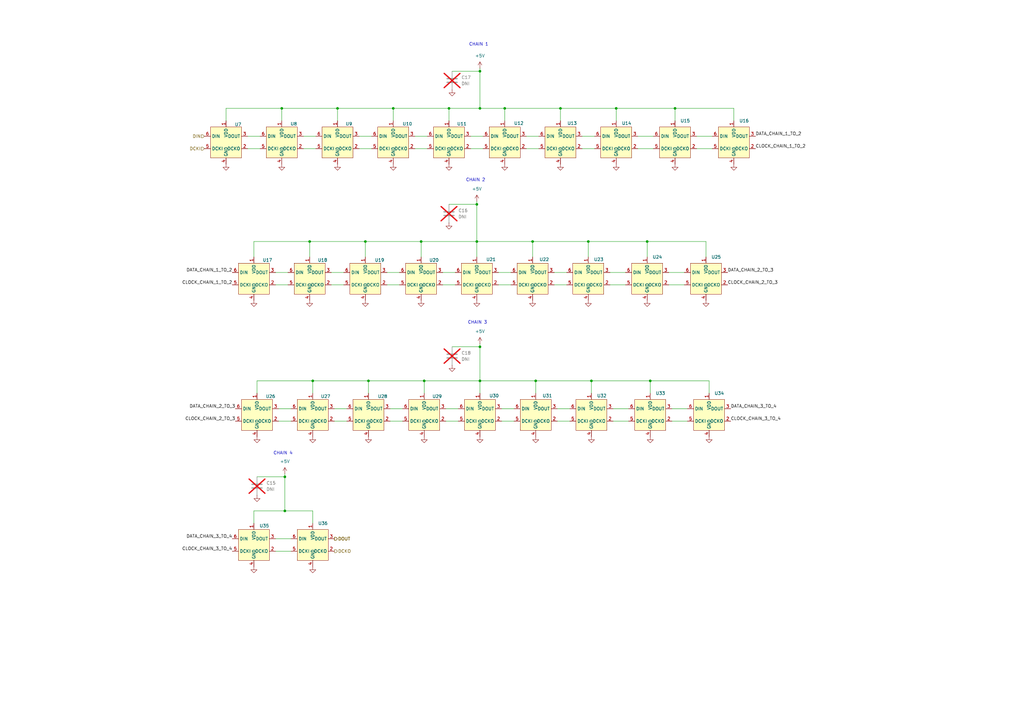
<source format=kicad_sch>
(kicad_sch (version 20231120) (generator "eeschema") (generator_version "8.0")
  (paper "A3")
  (title_block (title "F1 LED CIRCUIT PROJECT") (date "2024-04-10") (rev "v1.0") (company "JITTER"))
  (lib_symbols
    (symbol "Device:C" (pin_numbers hide) (pin_names (offset 0.254))
      (property "Reference" "C" (at 0.635 2.54 0))
      (property "Value" "C" (at 0.635 -2.54 0))
      (symbol "C_0_1"
        (polyline (pts (xy -2.032 -0.762) (xy 2.032 -0.762)) (stroke (width 0.508)))
        (polyline (pts (xy -2.032 0.762) (xy 2.032 0.762)) (stroke (width 0.508)))
      )
      (symbol "C_1_1"
        (pin passive line (at 0 3.81 270) (length 2.794) (name "~") (number "1"))
        (pin passive line (at 0 -3.81 90) (length 2.794) (name "~") (number "2"))
      )
    )
    (symbol "F1-LED-CIRCUIT-LIBRARY:HD108-2020"
      (property "Reference" "U" (at 0 19.558 0))
      (symbol "HD108-2020_1_1"
        (rectangle (start -6.35 6.35) (end 6.35 -6.35) (stroke (width 0) (color 132 0 0 1)) (fill (type background)))
        (pin power_in line (at 0 8.89 270) (length 2.54) (name "VDD") (number "1"))
        (pin output line (at 8.89 -2.54 180) (length 2.54) (name "DCKO") (number "2"))
        (pin output line (at 8.89 2.54 180) (length 2.54) (name "DOUT") (number "3"))
        (pin power_in line (at 0 -8.89 90) (length 2.54) (name "GND") (number "4"))
        (pin input line (at -8.89 -2.54 0) (length 2.54) (name "DCKI") (number "5"))
        (pin input line (at -8.89 2.54 0) (length 2.54) (name "DIN") (number "6"))
      )
    )
    (symbol "adams_library_symbols:GND" (power) (pin_names (offset 0))
      (property "Value" "GND" (at 0 -3.81 0))
      (symbol "GND_0_1"
        (polyline (pts (xy 0 0) (xy 0 -1.27) (xy 1.27 -1.27) (xy 0 -2.54) (xy -1.27 -1.27) (xy 0 -1.27)))
      )
      (symbol "GND_1_1"
        (pin power_in line (at 0 0 270) (length 0) hide (name "GND") (number "1"))
      )
    )
    (symbol "power:+5V" (power) (pin_numbers hide) (pin_names (offset 0) hide)
      (property "Value" "+5V" (at 0 3.556 0))
      (symbol "+5V_0_1"
        (polyline (pts (xy -0.762 1.27) (xy 0 2.54)))
        (polyline (pts (xy 0 0) (xy 0 2.54)))
        (polyline (pts (xy 0 2.54) (xy 0.762 1.27)))
      )
      (symbol "+5V_1_1"
        (pin power_in line (at 0 0 90) (length 0) (name "~") (number "1"))
      )
    )
    (symbol "power:GND" (power) (pin_numbers hide) (pin_names (offset 0) hide)
      (property "Value" "GND" (at 0 -3.81 0))
      (symbol "GND_0_1"
        (polyline (pts (xy 0 0) (xy 0 -1.27) (xy 1.27 -1.27) (xy 0 -2.54) (xy -1.27 -1.27) (xy 0 -1.27)))
      )
      (symbol "GND_1_1"
        (pin power_in line (at 0 0 270) (length 0) (name "~") (number "1"))
      )
    )
  )
  (junction (at 229.87 44.45))
  (junction (at 196.85 142.24))
  (junction (at 172.72 99.06))
  (junction (at 195.58 99.06))
  (junction (at 242.57 156.21))
  (junction (at 161.29 44.45))
  (junction (at 219.71 156.21))
  (junction (at 218.44 99.06))
  (junction (at 184.15 44.45))
  (junction (at 151.13 156.21))
  (junction (at 138.43 44.45))
  (junction (at 207.01 44.45))
  (junction (at 266.7 156.21))
  (junction (at 173.99 156.21))
  (junction (at 127 99.06))
  (junction (at 241.3 99.06))
  (junction (at 128.27 156.21))
  (junction (at 195.58 83.82))
  (junction (at 116.84 195.58))
  (junction (at 265.43 99.06))
  (junction (at 116.84 209.55))
  (junction (at 276.86 44.45))
  (junction (at 115.57 44.45))
  (junction (at 252.73 44.45))
  (junction (at 149.86 99.06))
  (junction (at 196.85 29.21))
  (junction (at 196.85 44.45))
  (junction (at 196.85 156.21))
  (wire (pts (xy 215.9 55.88) (xy 220.98 55.88)))
  (wire (pts (xy 285.75 60.96) (xy 292.1 60.96)))
  (wire (pts (xy 104.14 209.55) (xy 104.14 214.63)))
  (wire (pts (xy 173.99 156.21) (xy 196.85 156.21)))
  (wire (pts (xy 250.19 116.84) (xy 256.54 116.84)))
  (wire (pts (xy 182.88 172.72) (xy 187.96 172.72)))
  (wire (pts (xy 151.13 156.21) (xy 151.13 161.29)))
  (wire (pts (xy 218.44 99.06) (xy 241.3 99.06)))
  (wire (pts (xy 115.57 44.45) (xy 138.43 44.45)))
  (wire (pts (xy 266.7 156.21) (xy 290.83 156.21)))
  (wire (pts (xy 128.27 209.55) (xy 128.27 214.63)))
  (wire (pts (xy 101.6 60.96) (xy 106.68 60.96)))
  (wire (pts (xy 104.14 105.41) (xy 104.14 99.06)))
  (wire (pts (xy 147.32 55.88) (xy 152.4 55.88)))
  (wire (pts (xy 195.58 83.82) (xy 195.58 99.06)))
  (wire (pts (xy 274.32 111.76) (xy 280.67 111.76)))
  (wire (pts (xy 184.15 83.82) (xy 195.58 83.82)))
  (wire (pts (xy 184.15 44.45) (xy 184.15 49.53)))
  (wire (pts (xy 158.75 111.76) (xy 163.83 111.76)))
  (wire (pts (xy 170.18 55.88) (xy 175.26 55.88)))
  (wire (pts (xy 170.18 60.96) (xy 175.26 60.96)))
  (wire (pts (xy 266.7 156.21) (xy 266.7 161.29)))
  (wire (pts (xy 128.27 156.21) (xy 128.27 161.29)))
  (wire (pts (xy 195.58 82.55) (xy 195.58 83.82)))
  (wire (pts (xy 241.3 99.06) (xy 265.43 99.06)))
  (wire (pts (xy 218.44 99.06) (xy 218.44 105.41)))
  (wire (pts (xy 124.46 55.88) (xy 129.54 55.88)))
  (wire (pts (xy 193.04 60.96) (xy 198.12 60.96)))
  (wire (pts (xy 256.54 111.76) (xy 250.19 111.76)))
  (wire (pts (xy 116.84 209.55) (xy 128.27 209.55)))
  (wire (pts (xy 195.58 99.06) (xy 218.44 99.06)))
  (wire (pts (xy 276.86 44.45) (xy 300.99 44.45)))
  (wire (pts (xy 127 99.06) (xy 149.86 99.06)))
  (wire (pts (xy 207.01 44.45) (xy 229.87 44.45)))
  (wire (pts (xy 181.61 116.84) (xy 186.69 116.84)))
  (wire (pts (xy 238.76 60.96) (xy 243.84 60.96)))
  (wire (pts (xy 173.99 156.21) (xy 173.99 161.29)))
  (wire (pts (xy 161.29 44.45) (xy 161.29 49.53)))
  (wire (pts (xy 149.86 99.06) (xy 172.72 99.06)))
  (wire (pts (xy 257.81 167.64) (xy 251.46 167.64)))
  (wire (pts (xy 251.46 172.72) (xy 257.81 172.72)))
  (wire (pts (xy 300.99 44.45) (xy 300.99 49.53)))
  (wire (pts (xy 185.42 29.21) (xy 196.85 29.21)))
  (wire (pts (xy 124.46 60.96) (xy 129.54 60.96)))
  (wire (pts (xy 219.71 156.21) (xy 219.71 161.29)))
  (wire (pts (xy 147.32 60.96) (xy 152.4 60.96)))
  (wire (pts (xy 105.41 195.58) (xy 116.84 195.58)))
  (wire (pts (xy 196.85 156.21) (xy 196.85 161.29)))
  (wire (pts (xy 114.3 167.64) (xy 119.38 167.64)))
  (wire (pts (xy 92.71 44.45) (xy 115.57 44.45)))
  (wire (pts (xy 181.61 111.76) (xy 186.69 111.76)))
  (wire (pts (xy 204.47 116.84) (xy 209.55 116.84)))
  (wire (pts (xy 205.74 167.64) (xy 210.82 167.64)))
  (wire (pts (xy 138.43 44.45) (xy 161.29 44.45)))
  (wire (pts (xy 196.85 27.94) (xy 196.85 29.21)))
  (wire (pts (xy 228.6 167.64) (xy 233.68 167.64)))
  (wire (pts (xy 119.38 220.98) (xy 113.03 220.98)))
  (wire (pts (xy 158.75 116.84) (xy 163.83 116.84)))
  (wire (pts (xy 196.85 140.97) (xy 196.85 142.24)))
  (wire (pts (xy 274.32 116.84) (xy 280.67 116.84)))
  (wire (pts (xy 172.72 99.06) (xy 195.58 99.06)))
  (wire (pts (xy 275.59 167.64) (xy 281.94 167.64)))
  (wire (pts (xy 205.74 172.72) (xy 210.82 172.72)))
  (wire (pts (xy 207.01 44.45) (xy 207.01 49.53)))
  (wire (pts (xy 289.56 99.06) (xy 289.56 105.41)))
  (wire (pts (xy 229.87 44.45) (xy 252.73 44.45)))
  (wire (pts (xy 149.86 99.06) (xy 149.86 105.41)))
  (wire (pts (xy 116.84 195.58) (xy 116.84 209.55)))
  (wire (pts (xy 265.43 99.06) (xy 265.43 105.41)))
  (wire (pts (xy 290.83 156.21) (xy 290.83 161.29)))
  (wire (pts (xy 151.13 156.21) (xy 173.99 156.21)))
  (wire (pts (xy 115.57 44.45) (xy 115.57 49.53)))
  (wire (pts (xy 196.85 142.24) (xy 196.85 156.21)))
  (wire (pts (xy 227.33 111.76) (xy 232.41 111.76)))
  (wire (pts (xy 196.85 29.21) (xy 196.85 44.45)))
  (wire (pts (xy 135.89 111.76) (xy 140.97 111.76)))
  (wire (pts (xy 114.3 172.72) (xy 119.38 172.72)))
  (wire (pts (xy 113.03 226.06) (xy 119.38 226.06)))
  (wire (pts (xy 182.88 167.64) (xy 187.96 167.64)))
  (wire (pts (xy 128.27 156.21) (xy 151.13 156.21)))
  (wire (pts (xy 252.73 44.45) (xy 252.73 49.53)))
  (wire (pts (xy 135.89 116.84) (xy 140.97 116.84)))
  (wire (pts (xy 127 99.06) (xy 127 105.41)))
  (wire (pts (xy 267.97 55.88) (xy 261.62 55.88)))
  (wire (pts (xy 195.58 99.06) (xy 195.58 105.41)))
  (wire (pts (xy 275.59 172.72) (xy 281.94 172.72)))
  (wire (pts (xy 113.03 111.76) (xy 118.11 111.76)))
  (wire (pts (xy 215.9 60.96) (xy 220.98 60.96)))
  (wire (pts (xy 101.6 55.88) (xy 106.68 55.88)))
  (wire (pts (xy 204.47 111.76) (xy 209.55 111.76)))
  (wire (pts (xy 252.73 44.45) (xy 276.86 44.45)))
  (wire (pts (xy 196.85 44.45) (xy 207.01 44.45)))
  (wire (pts (xy 105.41 156.21) (xy 128.27 156.21)))
  (wire (pts (xy 238.76 55.88) (xy 243.84 55.88)))
  (wire (pts (xy 137.16 167.64) (xy 142.24 167.64)))
  (wire (pts (xy 242.57 156.21) (xy 242.57 161.29)))
  (wire (pts (xy 138.43 44.45) (xy 138.43 49.53)))
  (wire (pts (xy 184.15 44.45) (xy 196.85 44.45)))
  (wire (pts (xy 160.02 172.72) (xy 165.1 172.72)))
  (wire (pts (xy 160.02 167.64) (xy 165.1 167.64)))
  (wire (pts (xy 161.29 44.45) (xy 184.15 44.45)))
  (wire (pts (xy 219.71 156.21) (xy 242.57 156.21)))
  (wire (pts (xy 228.6 172.72) (xy 233.68 172.72)))
  (wire (pts (xy 242.57 156.21) (xy 266.7 156.21)))
  (wire (pts (xy 261.62 60.96) (xy 267.97 60.96)))
  (wire (pts (xy 265.43 99.06) (xy 289.56 99.06)))
  (wire (pts (xy 241.3 99.06) (xy 241.3 105.41)))
  (wire (pts (xy 92.71 49.53) (xy 92.71 44.45)))
  (wire (pts (xy 229.87 44.45) (xy 229.87 49.53)))
  (wire (pts (xy 185.42 142.24) (xy 196.85 142.24)))
  (wire (pts (xy 193.04 55.88) (xy 198.12 55.88)))
  (wire (pts (xy 196.85 156.21) (xy 219.71 156.21)))
  (wire (pts (xy 113.03 116.84) (xy 118.11 116.84)))
  (wire (pts (xy 104.14 99.06) (xy 127 99.06)))
  (wire (pts (xy 105.41 161.29) (xy 105.41 156.21)))
  (wire (pts (xy 116.84 194.31) (xy 116.84 195.58)))
  (wire (pts (xy 227.33 116.84) (xy 232.41 116.84)))
  (wire (pts (xy 137.16 172.72) (xy 142.24 172.72)))
  (wire (pts (xy 285.75 55.88) (xy 292.1 55.88)))
  (wire (pts (xy 276.86 44.45) (xy 276.86 49.53)))
  (wire (pts (xy 172.72 99.06) (xy 172.72 105.41)))
  (wire (pts (xy 104.14 209.55) (xy 116.84 209.55)))
  (text "CHAIN 4" (at 116.078 185.928 0) (effects (font (size 1.27 1.27))))
  (text "CHAIN 3" (at 195.834 132.334 0) (effects (font (size 1.27 1.27))))
  (text "CHAIN 1" (at 196.342 18.288 0) (effects (font (size 1.27 1.27))))
  (text "CHAIN 2" (at 195.072 73.914 0) (effects (font (size 1.27 1.27))))
  (label "CLOCK_CHAIN_2_TO_3" (at 96.52 172.72 180))
  (label "CLOCK_CHAIN_1_TO_2" (at 309.88 60.96 0))
  (label "CLOCK_CHAIN_3_TO_4" (at 95.25 226.06 180))
  (label "DATA_CHAIN_3_TO_4" (at 299.72 167.64 0))
  (label "DATA_CHAIN_1_TO_2" (at 95.25 111.76 180))
  (label "DATA_CHAIN_2_TO_3" (at 96.52 167.64 180))
  (label "DATA_CHAIN_3_TO_4" (at 95.25 220.98 180))
  (label "CLOCK_CHAIN_2_TO_3" (at 298.45 116.84 0))
  (label "CLOCK_CHAIN_1_TO_2" (at 95.25 116.84 180))
  (label "CLOCK_CHAIN_3_TO_4" (at 299.72 172.72 0))
  (label "DATA_CHAIN_1_TO_2" (at 309.88 55.88 0))
  (label "DATA_CHAIN_2_TO_3" (at 298.45 111.76 0))
  (hierarchical_label "DIN" (shape input) (at 83.82 55.88 180))
  (hierarchical_label "DCKO" (shape output) (at 137.16 226.06 0))
  (hierarchical_label "DCKI" (shape input) (at 83.82 60.96 180))
  (hierarchical_label "DOUT" (shape output) (at 137.16 220.98 0))
  (hierarchical_label "DOUT" (shape output) (at 137.16 220.98 0))
  (symbol (lib_id "adams_library_symbols:GND") (at 92.71 67.31 0) (unit 1)
    (property "Reference" "#PWR081" (effects (hide yes)))
    (property "Value" "GND" (effects (hide yes)))
    (property "Description" "Power symbol creates a global label with name \"GND\" , ground" (effects (hide yes)))
    (instances (project "f1-led-circuit" (path "" (reference "#PWR081") (unit 1)) (path "" (reference "#PWR0119") (unit 1)) (path "" (reference "#PWR0157") (unit 1))))
  )
  (symbol (lib_id "F1-LED-CIRCUIT-LIBRARY:HD108-2020") (at 290.83 170.18 0) (unit 1)
    (property "Reference" "U34" (at 293.0241 161.29 0) (effects (justify left)))
    (property "Value" "HD108-2020" (effects (hide yes)))
    (property "Footprint" "F1-LED-CIRCUIT-LIBRARY:HD108-2020" (effects (hide yes)))
    (property "Description" "HD108-2020 RGB LED" (effects (hide yes)))
    (property "MPN" "HD108-2020" (effects (hide yes)))
    (instances (project "f1-led-circuit" (path "" (reference "U34") (unit 1)) (path "" (reference "U64") (unit 1)) (path "" (reference "U94") (unit 1))))
  )
  (symbol (lib_id "Device:C") (at 185.42 146.05 0) (unit 1) (dnp yes)
    (property "Reference" "C18" (at 189.23 144.7799 0) (effects (justify left)))
    (property "Value" "DNI" (at 189.23 147.3199 0) (effects (justify left)))
    (property "Footprint" "Capacitor_SMD:C_0805_2012Metric" (effects (hide yes)))
    (property "Description" "Unpolarized capacitor" (effects (hide yes)))
    (instances (project "f1-led-circuit" (path "" (reference "C18") (unit 1)) (path "" (reference "C22") (unit 1)) (path "" (reference "C26") (unit 1))))
  )
  (symbol (lib_id "adams_library_symbols:GND") (at 289.56 123.19 0) (unit 1)
    (property "Reference" "#PWR0116" (effects (hide yes)))
    (property "Value" "GND" (effects (hide yes)))
    (property "Description" "Power symbol creates a global label with name \"GND\" , ground" (effects (hide yes)))
    (instances (project "f1-led-circuit" (path "" (reference "#PWR0116") (unit 1)) (path "" (reference "#PWR0154") (unit 1)) (path "" (reference "#PWR0192") (unit 1))))
  )
  (symbol (lib_id "adams_library_symbols:GND") (at 105.41 179.07 0) (unit 1)
    (property "Reference" "#PWR084" (effects (hide yes)))
    (property "Value" "GND" (effects (hide yes)))
    (property "Description" "Power symbol creates a global label with name \"GND\" , ground" (effects (hide yes)))
    (instances (project "f1-led-circuit" (path "" (reference "#PWR084") (unit 1)) (path "" (reference "#PWR0122") (unit 1)) (path "" (reference "#PWR0160") (unit 1))))
  )
  (symbol (lib_id "adams_library_symbols:GND") (at 195.58 123.19 0) (unit 1)
    (property "Reference" "#PWR0102" (effects (hide yes)))
    (property "Value" "GND" (effects (hide yes)))
    (property "Description" "Power symbol creates a global label with name \"GND\" , ground" (effects (hide yes)))
    (instances (project "f1-led-circuit" (path "" (reference "#PWR0102") (unit 1)) (path "" (reference "#PWR0140") (unit 1)) (path "" (reference "#PWR0178") (unit 1))))
  )
  (symbol (lib_id "F1-LED-CIRCUIT-LIBRARY:HD108-2020") (at 128.27 223.52 0) (unit 1)
    (property "Reference" "U36" (at 130.4641 214.63 0) (effects (justify left)))
    (property "Value" "HD108-2020" (effects (hide yes)))
    (property "Footprint" "F1-LED-CIRCUIT-LIBRARY:HD108-2020" (effects (hide yes)))
    (property "Description" "HD108-2020 RGB LED" (effects (hide yes)))
    (property "MPN" "HD108-2020" (effects (hide yes)))
    (instances (project "f1-led-circuit" (path "" (reference "U36") (unit 1)) (path "" (reference "U66") (unit 1)) (path "" (reference "U96") (unit 1))))
  )
  (symbol (lib_id "adams_library_symbols:GND") (at 104.14 123.19 0) (unit 1)
    (property "Reference" "#PWR082" (effects (hide yes)))
    (property "Value" "GND" (effects (hide yes)))
    (property "Description" "Power symbol creates a global label with name \"GND\" , ground" (effects (hide yes)))
    (instances (project "f1-led-circuit" (path "" (reference "#PWR082") (unit 1)) (path "" (reference "#PWR0120") (unit 1)) (path "" (reference "#PWR0158") (unit 1))))
  )
  (symbol (lib_id "F1-LED-CIRCUIT-LIBRARY:HD108-2020") (at 104.14 114.3 0) (unit 1)
    (property "Reference" "U17" (at 107.696 106.68 0) (effects (justify left)))
    (property "Value" "HD108-2020" (effects (hide yes)))
    (property "Footprint" "F1-LED-CIRCUIT-LIBRARY:HD108-2020" (effects (hide yes)))
    (property "Description" "HD108-2020 RGB LED" (effects (hide yes)))
    (property "MPN" "HD108-2020" (effects (hide yes)))
    (instances (project "f1-led-circuit" (path "" (reference "U17") (unit 1)) (path "" (reference "U47") (unit 1)) (path "" (reference "U77") (unit 1))))
  )
  (symbol (lib_id "adams_library_symbols:GND") (at 241.3 123.19 0) (unit 1)
    (property "Reference" "#PWR0110" (effects (hide yes)))
    (property "Value" "GND" (effects (hide yes)))
    (property "Description" "Power symbol creates a global label with name \"GND\" , ground" (effects (hide yes)))
    (instances (project "f1-led-circuit" (path "" (reference "#PWR0110") (unit 1)) (path "" (reference "#PWR0148") (unit 1)) (path "" (reference "#PWR0186") (unit 1))))
  )
  (symbol (lib_id "power:+5V") (at 195.58 82.55 0) (unit 1)
    (property "Reference" "#PWR0101" (effects (hide yes)))
    (property "Value" "+5V" (at 195.58 77.47 0))
    (property "Description" "Power symbol creates a global label with name \"+5V\"" (effects (hide yes)))
    (instances (project "f1-led-circuit" (path "" (reference "#PWR0101") (unit 1)) (path "" (reference "#PWR0139") (unit 1)) (path "" (reference "#PWR0177") (unit 1))))
  )
  (symbol (lib_id "F1-LED-CIRCUIT-LIBRARY:HD108-2020") (at 219.71 170.18 0) (unit 1)
    (property "Reference" "U31" (at 222.504 162.306 0) (effects (justify left)))
    (property "Value" "HD108-2020" (effects (hide yes)))
    (property "Footprint" "F1-LED-CIRCUIT-LIBRARY:HD108-2020" (effects (hide yes)))
    (property "Description" "HD108-2020 RGB LED" (effects (hide yes)))
    (property "MPN" "HD108-2020" (effects (hide yes)))
    (instances (project "f1-led-circuit" (path "" (reference "U31") (unit 1)) (path "" (reference "U61") (unit 1)) (path "" (reference "U91") (unit 1))))
  )
  (symbol (lib_id "adams_library_symbols:GND") (at 242.57 179.07 0) (unit 1)
    (property "Reference" "#PWR0111" (effects (hide yes)))
    (property "Value" "GND" (effects (hide yes)))
    (property "Description" "Power symbol creates a global label with name \"GND\" , ground" (effects (hide yes)))
    (instances (project "f1-led-circuit" (path "" (reference "#PWR0111") (unit 1)) (path "" (reference "#PWR0149") (unit 1)) (path "" (reference "#PWR0187") (unit 1))))
  )
  (symbol (lib_id "F1-LED-CIRCUIT-LIBRARY:HD108-2020") (at 242.57 170.18 0) (unit 1)
    (property "Reference" "U32" (at 244.856 162.306 0) (effects (justify left)))
    (property "Value" "HD108-2020" (effects (hide yes)))
    (property "Footprint" "F1-LED-CIRCUIT-LIBRARY:HD108-2020" (effects (hide yes)))
    (property "Description" "HD108-2020 RGB LED" (effects (hide yes)))
    (property "MPN" "HD108-2020" (effects (hide yes)))
    (instances (project "f1-led-circuit" (path "" (reference "U32") (unit 1)) (path "" (reference "U62") (unit 1)) (path "" (reference "U92") (unit 1))))
  )
  (symbol (lib_id "adams_library_symbols:GND") (at 115.57 67.31 0) (unit 1)
    (property "Reference" "#PWR086" (effects (hide yes)))
    (property "Value" "GND" (effects (hide yes)))
    (property "Description" "Power symbol creates a global label with name \"GND\" , ground" (effects (hide yes)))
    (instances (project "f1-led-circuit" (path "" (reference "#PWR086") (unit 1)) (path "" (reference "#PWR0124") (unit 1)) (path "" (reference "#PWR0162") (unit 1))))
  )
  (symbol (lib_id "F1-LED-CIRCUIT-LIBRARY:HD108-2020") (at 184.15 58.42 0) (unit 1)
    (property "Reference" "U11" (at 187.452 50.8 0) (effects (justify left)))
    (property "Value" "HD108-2020" (effects (hide yes)))
    (property "Footprint" "F1-LED-CIRCUIT-LIBRARY:HD108-2020" (effects (hide yes)))
    (property "Description" "HD108-2020 RGB LED" (effects (hide yes)))
    (property "MPN" "HD108-2020" (effects (hide yes)))
    (instances (project "f1-led-circuit" (path "" (reference "U11") (unit 1)) (path "" (reference "U41") (unit 1)) (path "" (reference "U71") (unit 1))))
  )
  (symbol (lib_id "F1-LED-CIRCUIT-LIBRARY:HD108-2020") (at 218.44 114.3 0) (unit 1)
    (property "Reference" "U22" (at 221.234 106.426 0) (effects (justify left)))
    (property "Value" "HD108-2020" (effects (hide yes)))
    (property "Footprint" "F1-LED-CIRCUIT-LIBRARY:HD108-2020" (effects (hide yes)))
    (property "Description" "HD108-2020 RGB LED" (effects (hide yes)))
    (property "MPN" "HD108-2020" (effects (hide yes)))
    (instances (project "f1-led-circuit" (path "" (reference "U22") (unit 1)) (path "" (reference "U52") (unit 1)) (path "" (reference "U82") (unit 1))))
  )
  (symbol (lib_id "adams_library_symbols:GND") (at 290.83 179.07 0) (unit 1)
    (property "Reference" "#PWR0117" (effects (hide yes)))
    (property "Value" "GND" (effects (hide yes)))
    (property "Description" "Power symbol creates a global label with name \"GND\" , ground" (effects (hide yes)))
    (instances (project "f1-led-circuit" (path "" (reference "#PWR0117") (unit 1)) (path "" (reference "#PWR0155") (unit 1)) (path "" (reference "#PWR0193") (unit 1))))
  )
  (symbol (lib_id "power:GND") (at 185.42 149.86 0) (unit 1)
    (property "Reference" "#PWR0100" (effects (hide yes)))
    (property "Value" "GND" (effects (hide yes)))
    (property "Description" "Power symbol creates a global label with name \"GND\" , ground" (effects (hide yes)))
    (instances (project "f1-led-circuit" (path "" (reference "#PWR0100") (unit 1)) (path "" (reference "#PWR0138") (unit 1)) (path "" (reference "#PWR0176") (unit 1))))
  )
  (symbol (lib_id "F1-LED-CIRCUIT-LIBRARY:HD108-2020") (at 289.56 114.3 0) (unit 1)
    (property "Reference" "U25" (at 291.7541 105.41 0) (effects (justify left)))
    (property "Value" "HD108-2020" (effects (hide yes)))
    (property "Footprint" "F1-LED-CIRCUIT-LIBRARY:HD108-2020" (effects (hide yes)))
    (property "Description" "HD108-2020 RGB LED" (effects (hide yes)))
    (property "MPN" "HD108-2020" (effects (hide yes)))
    (instances (project "f1-led-circuit" (path "" (reference "U25") (unit 1)) (path "" (reference "U55") (unit 1)) (path "" (reference "U85") (unit 1))))
  )
  (symbol (lib_id "power:GND") (at 185.42 36.83 0) (unit 1)
    (property "Reference" "#PWR099" (effects (hide yes)))
    (property "Value" "GND" (effects (hide yes)))
    (property "Description" "Power symbol creates a global label with name \"GND\" , ground" (effects (hide yes)))
    (instances (project "f1-led-circuit" (path "" (reference "#PWR099") (unit 1)) (path "" (reference "#PWR0137") (unit 1)) (path "" (reference "#PWR0175") (unit 1))))
  )
  (symbol (lib_id "F1-LED-CIRCUIT-LIBRARY:HD108-2020") (at 115.57 58.42 0) (unit 1)
    (property "Reference" "U8" (at 119.126 50.8 0) (effects (justify left)))
    (property "Value" "HD108-2020" (effects (hide yes)))
    (property "Footprint" "F1-LED-CIRCUIT-LIBRARY:HD108-2020" (effects (hide yes)))
    (property "Description" "HD108-2020 RGB LED" (effects (hide yes)))
    (property "MPN" "HD108-2020" (effects (hide yes)))
    (instances (project "f1-led-circuit" (path "" (reference "U8") (unit 1)) (path "" (reference "U38") (unit 1)) (path "" (reference "U68") (unit 1))))
  )
  (symbol (lib_id "adams_library_symbols:GND") (at 128.27 232.41 0) (unit 1)
    (property "Reference" "#PWR090" (effects (hide yes)))
    (property "Value" "GND" (effects (hide yes)))
    (property "Description" "Power symbol creates a global label with name \"GND\" , ground" (effects (hide yes)))
    (instances (project "f1-led-circuit" (path "" (reference "#PWR090") (unit 1)) (path "" (reference "#PWR0128") (unit 1)) (path "" (reference "#PWR0166") (unit 1))))
  )
  (symbol (lib_id "F1-LED-CIRCUIT-LIBRARY:HD108-2020") (at 128.27 170.18 0) (unit 1)
    (property "Reference" "U27" (at 131.572 162.56 0) (effects (justify left)))
    (property "Value" "HD108-2020" (effects (hide yes)))
    (property "Footprint" "F1-LED-CIRCUIT-LIBRARY:HD108-2020" (effects (hide yes)))
    (property "Description" "HD108-2020 RGB LED" (effects (hide yes)))
    (property "MPN" "HD108-2020" (effects (hide yes)))
    (instances (project "f1-led-circuit" (path "" (reference "U27") (unit 1)) (path "" (reference "U57") (unit 1)) (path "" (reference "U87") (unit 1))))
  )
  (symbol (lib_id "adams_library_symbols:GND") (at 276.86 67.31 0) (unit 1)
    (property "Reference" "#PWR0115" (effects (hide yes)))
    (property "Value" "GND" (effects (hide yes)))
    (property "Description" "Power symbol creates a global label with name \"GND\" , ground" (effects (hide yes)))
    (instances (project "f1-led-circuit" (path "" (reference "#PWR0115") (unit 1)) (path "" (reference "#PWR0153") (unit 1)) (path "" (reference "#PWR0191") (unit 1))))
  )
  (symbol (lib_id "adams_library_symbols:GND") (at 266.7 179.07 0) (unit 1)
    (property "Reference" "#PWR0114" (effects (hide yes)))
    (property "Value" "GND" (effects (hide yes)))
    (property "Description" "Power symbol creates a global label with name \"GND\" , ground" (effects (hide yes)))
    (instances (project "f1-led-circuit" (path "" (reference "#PWR0114") (unit 1)) (path "" (reference "#PWR0152") (unit 1)) (path "" (reference "#PWR0190") (unit 1))))
  )
  (symbol (lib_id "F1-LED-CIRCUIT-LIBRARY:HD108-2020") (at 105.41 170.18 0) (unit 1)
    (property "Reference" "U26" (at 108.966 162.56 0) (effects (justify left)))
    (property "Value" "HD108-2020" (effects (hide yes)))
    (property "Footprint" "F1-LED-CIRCUIT-LIBRARY:HD108-2020" (effects (hide yes)))
    (property "Description" "HD108-2020 RGB LED" (effects (hide yes)))
    (property "MPN" "HD108-2020" (effects (hide yes)))
    (instances (project "f1-led-circuit" (path "" (reference "U26") (unit 1)) (path "" (reference "U56") (unit 1)) (path "" (reference "U86") (unit 1))))
  )
  (symbol (lib_id "F1-LED-CIRCUIT-LIBRARY:HD108-2020") (at 196.85 170.18 0) (unit 1)
    (property "Reference" "U30" (at 200.66 162.306 0) (effects (justify left)))
    (property "Value" "HD108-2020" (effects (hide yes)))
    (property "Footprint" "F1-LED-CIRCUIT-LIBRARY:HD108-2020" (effects (hide yes)))
    (property "Description" "HD108-2020 RGB LED" (effects (hide yes)))
    (property "MPN" "HD108-2020" (effects (hide yes)))
    (instances (project "f1-led-circuit" (path "" (reference "U30") (unit 1)) (path "" (reference "U60") (unit 1)) (path "" (reference "U90") (unit 1))))
  )
  (symbol (lib_id "F1-LED-CIRCUIT-LIBRARY:HD108-2020") (at 172.72 114.3 0) (unit 1)
    (property "Reference" "U20" (at 176.022 106.68 0) (effects (justify left)))
    (property "Value" "HD108-2020" (effects (hide yes)))
    (property "Footprint" "F1-LED-CIRCUIT-LIBRARY:HD108-2020" (effects (hide yes)))
    (property "Description" "HD108-2020 RGB LED" (effects (hide yes)))
    (property "MPN" "HD108-2020" (effects (hide yes)))
    (instances (project "f1-led-circuit" (path "" (reference "U20") (unit 1)) (path "" (reference "U50") (unit 1)) (path "" (reference "U80") (unit 1))))
  )
  (symbol (lib_id "F1-LED-CIRCUIT-LIBRARY:HD108-2020") (at 265.43 114.3 0) (unit 1)
    (property "Reference" "U24" (at 267.6241 105.41 0) (effects (justify left)))
    (property "Value" "HD108-2020" (effects (hide yes)))
    (property "Footprint" "F1-LED-CIRCUIT-LIBRARY:HD108-2020" (effects (hide yes)))
    (property "Description" "HD108-2020 RGB LED" (effects (hide yes)))
    (property "MPN" "HD108-2020" (effects (hide yes)))
    (instances (project "f1-led-circuit" (path "" (reference "U24") (unit 1)) (path "" (reference "U54") (unit 1)) (path "" (reference "U84") (unit 1))))
  )
  (symbol (lib_id "adams_library_symbols:GND") (at 172.72 123.19 0) (unit 1)
    (property "Reference" "#PWR095" (effects (hide yes)))
    (property "Value" "GND" (effects (hide yes)))
    (property "Description" "Power symbol creates a global label with name \"GND\" , ground" (effects (hide yes)))
    (instances (project "f1-led-circuit" (path "" (reference "#PWR095") (unit 1)) (path "" (reference "#PWR0133") (unit 1)) (path "" (reference "#PWR0171") (unit 1))))
  )
  (symbol (lib_id "F1-LED-CIRCUIT-LIBRARY:HD108-2020") (at 300.99 58.42 0) (unit 1)
    (property "Reference" "U16" (at 303.1841 49.53 0) (effects (justify left)))
    (property "Value" "HD108-2020" (effects (hide yes)))
    (property "Footprint" "F1-LED-CIRCUIT-LIBRARY:HD108-2020" (effects (hide yes)))
    (property "Description" "HD108-2020 RGB LED" (effects (hide yes)))
    (property "MPN" "HD108-2020" (effects (hide yes)))
    (instances (project "f1-led-circuit" (path "" (reference "U16") (unit 1)) (path "" (reference "U46") (unit 1)) (path "" (reference "U76") (unit 1))))
  )
  (symbol (lib_id "adams_library_symbols:GND") (at 104.14 232.41 0) (unit 1)
    (property "Reference" "#PWR083" (effects (hide yes)))
    (property "Value" "GND" (effects (hide yes)))
    (property "Description" "Power symbol creates a global label with name \"GND\" , ground" (effects (hide yes)))
    (instances (project "f1-led-circuit" (path "" (reference "#PWR083") (unit 1)) (path "" (reference "#PWR0121") (unit 1)) (path "" (reference "#PWR0159") (unit 1))))
  )
  (symbol (lib_id "Device:C") (at 105.41 199.39 0) (unit 1) (dnp yes)
    (property "Reference" "C15" (at 109.22 198.1199 0) (effects (justify left)))
    (property "Value" "DNI" (at 109.22 200.6599 0) (effects (justify left)))
    (property "Footprint" "Capacitor_SMD:C_0805_2012Metric" (effects (hide yes)))
    (property "Description" "Unpolarized capacitor" (effects (hide yes)))
    (instances (project "f1-led-circuit" (path "" (reference "C15") (unit 1)) (path "" (reference "C19") (unit 1)) (path "" (reference "C23") (unit 1))))
  )
  (symbol (lib_id "adams_library_symbols:GND") (at 265.43 123.19 0) (unit 1)
    (property "Reference" "#PWR0113" (effects (hide yes)))
    (property "Value" "GND" (effects (hide yes)))
    (property "Description" "Power symbol creates a global label with name \"GND\" , ground" (effects (hide yes)))
    (instances (project "f1-led-circuit" (path "" (reference "#PWR0113") (unit 1)) (path "" (reference "#PWR0151") (unit 1)) (path "" (reference "#PWR0189") (unit 1))))
  )
  (symbol (lib_id "F1-LED-CIRCUIT-LIBRARY:HD108-2020") (at 138.43 58.42 0) (unit 1)
    (property "Reference" "U9" (at 141.732 50.8 0) (effects (justify left)))
    (property "Value" "HD108-2020" (effects (hide yes)))
    (property "Footprint" "F1-LED-CIRCUIT-LIBRARY:HD108-2020" (effects (hide yes)))
    (property "Description" "HD108-2020 RGB LED" (effects (hide yes)))
    (property "MPN" "HD108-2020" (effects (hide yes)))
    (instances (project "f1-led-circuit" (path "" (reference "U9") (unit 1)) (path "" (reference "U39") (unit 1)) (path "" (reference "U69") (unit 1))))
  )
  (symbol (lib_id "Device:C") (at 184.15 87.63 0) (unit 1) (dnp yes)
    (property "Reference" "C16" (at 187.96 86.3599 0) (effects (justify left)))
    (property "Value" "DNI" (at 187.96 88.8999 0) (effects (justify left)))
    (property "Footprint" "Capacitor_SMD:C_0805_2012Metric" (effects (hide yes)))
    (property "Description" "Unpolarized capacitor" (effects (hide yes)))
    (instances (project "f1-led-circuit" (path "" (reference "C16") (unit 1)) (path "" (reference "C20") (unit 1)) (path "" (reference "C24") (unit 1))))
  )
  (symbol (lib_id "adams_library_symbols:GND") (at 161.29 67.31 0) (unit 1)
    (property "Reference" "#PWR094" (effects (hide yes)))
    (property "Value" "GND" (effects (hide yes)))
    (property "Description" "Power symbol creates a global label with name \"GND\" , ground" (effects (hide yes)))
    (instances (project "f1-led-circuit" (path "" (reference "#PWR094") (unit 1)) (path "" (reference "#PWR0132") (unit 1)) (path "" (reference "#PWR0170") (unit 1))))
  )
  (symbol (lib_id "power:GND") (at 105.41 203.2 0) (unit 1)
    (property "Reference" "#PWR085" (effects (hide yes)))
    (property "Value" "GND" (effects (hide yes)))
    (property "Description" "Power symbol creates a global label with name \"GND\" , ground" (effects (hide yes)))
    (instances (project "f1-led-circuit" (path "" (reference "#PWR085") (unit 1)) (path "" (reference "#PWR0123") (unit 1)) (path "" (reference "#PWR0161") (unit 1))))
  )
  (symbol (lib_id "adams_library_symbols:GND") (at 128.27 179.07 0) (unit 1)
    (property "Reference" "#PWR089" (effects (hide yes)))
    (property "Value" "GND" (effects (hide yes)))
    (property "Description" "Power symbol creates a global label with name \"GND\" , ground" (effects (hide yes)))
    (instances (project "f1-led-circuit" (path "" (reference "#PWR089") (unit 1)) (path "" (reference "#PWR0127") (unit 1)) (path "" (reference "#PWR0165") (unit 1))))
  )
  (symbol (lib_id "adams_library_symbols:GND") (at 184.15 67.31 0) (unit 1)
    (property "Reference" "#PWR097" (effects (hide yes)))
    (property "Value" "GND" (effects (hide yes)))
    (property "Description" "Power symbol creates a global label with name \"GND\" , ground" (effects (hide yes)))
    (instances (project "f1-led-circuit" (path "" (reference "#PWR097") (unit 1)) (path "" (reference "#PWR0135") (unit 1)) (path "" (reference "#PWR0173") (unit 1))))
  )
  (symbol (lib_id "adams_library_symbols:GND") (at 218.44 123.19 0) (unit 1)
    (property "Reference" "#PWR0107" (effects (hide yes)))
    (property "Value" "GND" (effects (hide yes)))
    (property "Description" "Power symbol creates a global label with name \"GND\" , ground" (effects (hide yes)))
    (instances (project "f1-led-circuit" (path "" (reference "#PWR0107") (unit 1)) (path "" (reference "#PWR0145") (unit 1)) (path "" (reference "#PWR0183") (unit 1))))
  )
  (symbol (lib_id "adams_library_symbols:GND") (at 151.13 179.07 0) (unit 1)
    (property "Reference" "#PWR093" (effects (hide yes)))
    (property "Value" "GND" (effects (hide yes)))
    (property "Description" "Power symbol creates a global label with name \"GND\" , ground" (effects (hide yes)))
    (instances (project "f1-led-circuit" (path "" (reference "#PWR093") (unit 1)) (path "" (reference "#PWR0131") (unit 1)) (path "" (reference "#PWR0169") (unit 1))))
  )
  (symbol (lib_id "F1-LED-CIRCUIT-LIBRARY:HD108-2020") (at 161.29 58.42 0) (unit 1)
    (property "Reference" "U10" (at 165.1 50.8 0) (effects (justify left)))
    (property "Value" "HD108-2020" (effects (hide yes)))
    (property "Footprint" "F1-LED-CIRCUIT-LIBRARY:HD108-2020" (effects (hide yes)))
    (property "Description" "HD108-2020 RGB LED" (effects (hide yes)))
    (property "MPN" "HD108-2020" (effects (hide yes)))
    (instances (project "f1-led-circuit" (path "" (reference "U10") (unit 1)) (path "" (reference "U40") (unit 1)) (path "" (reference "U70") (unit 1))))
  )
  (symbol (lib_id "F1-LED-CIRCUIT-LIBRARY:HD108-2020") (at 252.73 58.42 0) (unit 1)
    (property "Reference" "U14" (at 255.016 50.546 0) (effects (justify left)))
    (property "Value" "HD108-2020" (effects (hide yes)))
    (property "Footprint" "F1-LED-CIRCUIT-LIBRARY:HD108-2020" (effects (hide yes)))
    (property "Description" "HD108-2020 RGB LED" (effects (hide yes)))
    (property "MPN" "HD108-2020" (effects (hide yes)))
    (instances (project "f1-led-circuit" (path "" (reference "U14") (unit 1)) (path "" (reference "U44") (unit 1)) (path "" (reference "U74") (unit 1))))
  )
  (symbol (lib_id "F1-LED-CIRCUIT-LIBRARY:HD108-2020") (at 229.87 58.42 0) (unit 1)
    (property "Reference" "U13" (at 232.664 50.546 0) (effects (justify left)))
    (property "Value" "HD108-2020" (effects (hide yes)))
    (property "Footprint" "F1-LED-CIRCUIT-LIBRARY:HD108-2020" (effects (hide yes)))
    (property "Description" "HD108-2020 RGB LED" (effects (hide yes)))
    (property "MPN" "HD108-2020" (effects (hide yes)))
    (instances (project "f1-led-circuit" (path "" (reference "U13") (unit 1)) (path "" (reference "U43") (unit 1)) (path "" (reference "U73") (unit 1))))
  )
  (symbol (lib_id "F1-LED-CIRCUIT-LIBRARY:HD108-2020") (at 266.7 170.18 0) (unit 1)
    (property "Reference" "U33" (at 268.8941 161.29 0) (effects (justify left)))
    (property "Value" "HD108-2020" (effects (hide yes)))
    (property "Footprint" "F1-LED-CIRCUIT-LIBRARY:HD108-2020" (effects (hide yes)))
    (property "Description" "HD108-2020 RGB LED" (effects (hide yes)))
    (property "MPN" "HD108-2020" (effects (hide yes)))
    (instances (project "f1-led-circuit" (path "" (reference "U33") (unit 1)) (path "" (reference "U63") (unit 1)) (path "" (reference "U93") (unit 1))))
  )
  (symbol (lib_id "F1-LED-CIRCUIT-LIBRARY:HD108-2020") (at 195.58 114.3 0) (unit 1)
    (property "Reference" "U21" (at 199.39 106.426 0) (effects (justify left)))
    (property "Value" "HD108-2020" (effects (hide yes)))
    (property "Footprint" "F1-LED-CIRCUIT-LIBRARY:HD108-2020" (effects (hide yes)))
    (property "Description" "HD108-2020 RGB LED" (effects (hide yes)))
    (property "MPN" "HD108-2020" (effects (hide yes)))
    (instances (project "f1-led-circuit" (path "" (reference "U21") (unit 1)) (path "" (reference "U51") (unit 1)) (path "" (reference "U81") (unit 1))))
  )
  (symbol (lib_id "adams_library_symbols:GND") (at 207.01 67.31 0) (unit 1)
    (property "Reference" "#PWR0106" (effects (hide yes)))
    (property "Value" "GND" (effects (hide yes)))
    (property "Description" "Power symbol creates a global label with name \"GND\" , ground" (effects (hide yes)))
    (instances (project "f1-led-circuit" (path "" (reference "#PWR0106") (unit 1)) (path "" (reference "#PWR0144") (unit 1)) (path "" (reference "#PWR0182") (unit 1))))
  )
  (symbol (lib_id "F1-LED-CIRCUIT-LIBRARY:HD108-2020") (at 241.3 114.3 0) (unit 1)
    (property "Reference" "U23" (at 243.586 106.426 0) (effects (justify left)))
    (property "Value" "HD108-2020" (effects (hide yes)))
    (property "Footprint" "F1-LED-CIRCUIT-LIBRARY:HD108-2020" (effects (hide yes)))
    (property "Description" "HD108-2020 RGB LED" (effects (hide yes)))
    (property "MPN" "HD108-2020" (effects (hide yes)))
    (instances (project "f1-led-circuit" (path "" (reference "U23") (unit 1)) (path "" (reference "U53") (unit 1)) (path "" (reference "U83") (unit 1))))
  )
  (symbol (lib_id "adams_library_symbols:GND") (at 300.99 67.31 0) (unit 1)
    (property "Reference" "#PWR0118" (effects (hide yes)))
    (property "Value" "GND" (effects (hide yes)))
    (property "Description" "Power symbol creates a global label with name \"GND\" , ground" (effects (hide yes)))
    (instances (project "f1-led-circuit" (path "" (reference "#PWR0118") (unit 1)) (path "" (reference "#PWR0156") (unit 1)) (path "" (reference "#PWR0194") (unit 1))))
  )
  (symbol (lib_id "adams_library_symbols:GND") (at 127 123.19 0) (unit 1)
    (property "Reference" "#PWR088" (effects (hide yes)))
    (property "Value" "GND" (effects (hide yes)))
    (property "Description" "Power symbol creates a global label with name \"GND\" , ground" (effects (hide yes)))
    (instances (project "f1-led-circuit" (path "" (reference "#PWR088") (unit 1)) (path "" (reference "#PWR0126") (unit 1)) (path "" (reference "#PWR0164") (unit 1))))
  )
  (symbol (lib_id "F1-LED-CIRCUIT-LIBRARY:HD108-2020") (at 151.13 170.18 0) (unit 1)
    (property "Reference" "U28" (at 154.94 162.56 0) (effects (justify left)))
    (property "Value" "HD108-2020" (effects (hide yes)))
    (property "Footprint" "F1-LED-CIRCUIT-LIBRARY:HD108-2020" (effects (hide yes)))
    (property "Description" "HD108-2020 RGB LED" (effects (hide yes)))
    (property "MPN" "HD108-2020" (effects (hide yes)))
    (instances (project "f1-led-circuit" (path "" (reference "U28") (unit 1)) (path "" (reference "U58") (unit 1)) (path "" (reference "U88") (unit 1))))
  )
  (symbol (lib_id "adams_library_symbols:GND") (at 138.43 67.31 0) (unit 1)
    (property "Reference" "#PWR091" (effects (hide yes)))
    (property "Value" "GND" (effects (hide yes)))
    (property "Description" "Power symbol creates a global label with name \"GND\" , ground" (effects (hide yes)))
    (instances (project "f1-led-circuit" (path "" (reference "#PWR091") (unit 1)) (path "" (reference "#PWR0129") (unit 1)) (path "" (reference "#PWR0167") (unit 1))))
  )
  (symbol (lib_id "F1-LED-CIRCUIT-LIBRARY:HD108-2020") (at 276.86 58.42 0) (unit 1)
    (property "Reference" "U15" (at 279.0541 49.53 0) (effects (justify left)))
    (property "Value" "HD108-2020" (effects (hide yes)))
    (property "Footprint" "F1-LED-CIRCUIT-LIBRARY:HD108-2020" (effects (hide yes)))
    (property "Description" "HD108-2020 RGB LED" (effects (hide yes)))
    (property "MPN" "HD108-2020" (effects (hide yes)))
    (instances (project "f1-led-circuit" (path "" (reference "U15") (unit 1)) (path "" (reference "U45") (unit 1)) (path "" (reference "U75") (unit 1))))
  )
  (symbol (lib_id "F1-LED-CIRCUIT-LIBRARY:HD108-2020") (at 104.14 223.52 0) (unit 1)
    (property "Reference" "U35" (at 106.426 215.646 0) (effects (justify left)))
    (property "Value" "HD108-2020" (effects (hide yes)))
    (property "Footprint" "F1-LED-CIRCUIT-LIBRARY:HD108-2020" (effects (hide yes)))
    (property "Description" "HD108-2020 RGB LED" (effects (hide yes)))
    (property "MPN" "HD108-2020" (effects (hide yes)))
    (instances (project "f1-led-circuit" (path "" (reference "U35") (unit 1)) (path "" (reference "U65") (unit 1)) (path "" (reference "U95") (unit 1))))
  )
  (symbol (lib_id "adams_library_symbols:GND") (at 196.85 179.07 0) (unit 1)
    (property "Reference" "#PWR0105" (effects (hide yes)))
    (property "Value" "GND" (effects (hide yes)))
    (property "Description" "Power symbol creates a global label with name \"GND\" , ground" (effects (hide yes)))
    (instances (project "f1-led-circuit" (path "" (reference "#PWR0105") (unit 1)) (path "" (reference "#PWR0143") (unit 1)) (path "" (reference "#PWR0181") (unit 1))))
  )
  (symbol (lib_id "power:+5V") (at 196.85 27.94 0) (unit 1)
    (property "Reference" "#PWR0103" (effects (hide yes)))
    (property "Value" "+5V" (at 196.85 22.86 0))
    (property "Description" "Power symbol creates a global label with name \"+5V\"" (effects (hide yes)))
    (instances (project "f1-led-circuit" (path "" (reference "#PWR0103") (unit 1)) (path "" (reference "#PWR0141") (unit 1)) (path "" (reference "#PWR0179") (unit 1))))
  )
  (symbol (lib_id "adams_library_symbols:GND") (at 229.87 67.31 0) (unit 1)
    (property "Reference" "#PWR0109" (effects (hide yes)))
    (property "Value" "GND" (effects (hide yes)))
    (property "Description" "Power symbol creates a global label with name \"GND\" , ground" (effects (hide yes)))
    (instances (project "f1-led-circuit" (path "" (reference "#PWR0109") (unit 1)) (path "" (reference "#PWR0147") (unit 1)) (path "" (reference "#PWR0185") (unit 1))))
  )
  (symbol (lib_id "adams_library_symbols:GND") (at 252.73 67.31 0) (unit 1)
    (property "Reference" "#PWR0112" (effects (hide yes)))
    (property "Value" "GND" (effects (hide yes)))
    (property "Description" "Power symbol creates a global label with name \"GND\" , ground" (effects (hide yes)))
    (instances (project "f1-led-circuit" (path "" (reference "#PWR0112") (unit 1)) (path "" (reference "#PWR0150") (unit 1)) (path "" (reference "#PWR0188") (unit 1))))
  )
  (symbol (lib_id "F1-LED-CIRCUIT-LIBRARY:HD108-2020") (at 127 114.3 0) (unit 1)
    (property "Reference" "U18" (at 130.302 106.68 0) (effects (justify left)))
    (property "Value" "HD108-2020" (effects (hide yes)))
    (property "Footprint" "F1-LED-CIRCUIT-LIBRARY:HD108-2020" (effects (hide yes)))
    (property "Description" "HD108-2020 RGB LED" (effects (hide yes)))
    (property "MPN" "HD108-2020" (effects (hide yes)))
    (instances (project "f1-led-circuit" (path "" (reference "U18") (unit 1)) (path "" (reference "U48") (unit 1)) (path "" (reference "U78") (unit 1))))
  )
  (symbol (lib_id "adams_library_symbols:GND") (at 219.71 179.07 0) (unit 1)
    (property "Reference" "#PWR0108" (effects (hide yes)))
    (property "Value" "GND" (effects (hide yes)))
    (property "Description" "Power symbol creates a global label with name \"GND\" , ground" (effects (hide yes)))
    (instances (project "f1-led-circuit" (path "" (reference "#PWR0108") (unit 1)) (path "" (reference "#PWR0146") (unit 1)) (path "" (reference "#PWR0184") (unit 1))))
  )
  (symbol (lib_id "adams_library_symbols:GND") (at 149.86 123.19 0) (unit 1)
    (property "Reference" "#PWR092" (effects (hide yes)))
    (property "Value" "GND" (effects (hide yes)))
    (property "Description" "Power symbol creates a global label with name \"GND\" , ground" (effects (hide yes)))
    (instances (project "f1-led-circuit" (path "" (reference "#PWR092") (unit 1)) (path "" (reference "#PWR0130") (unit 1)) (path "" (reference "#PWR0168") (unit 1))))
  )
  (symbol (lib_id "F1-LED-CIRCUIT-LIBRARY:HD108-2020") (at 173.99 170.18 0) (unit 1)
    (property "Reference" "U29" (at 177.292 162.56 0) (effects (justify left)))
    (property "Value" "HD108-2020" (effects (hide yes)))
    (property "Footprint" "F1-LED-CIRCUIT-LIBRARY:HD108-2020" (effects (hide yes)))
    (property "Description" "HD108-2020 RGB LED" (effects (hide yes)))
    (property "MPN" "HD108-2020" (effects (hide yes)))
    (instances (project "f1-led-circuit" (path "" (reference "U29") (unit 1)) (path "" (reference "U59") (unit 1)) (path "" (reference "U89") (unit 1))))
  )
  (symbol (lib_id "F1-LED-CIRCUIT-LIBRARY:HD108-2020") (at 92.71 58.42 0) (unit 1)
    (property "Reference" "U7" (at 96.266 51.054 0) (effects (justify left)))
    (property "Value" "HD108-2020" (effects (hide yes)))
    (property "Footprint" "F1-LED-CIRCUIT-LIBRARY:HD108-2020" (effects (hide yes)))
    (property "Description" "HD108-2020 RGB LED" (effects (hide yes)))
    (property "MPN" "HD108-2020" (effects (hide yes)))
    (instances (project "f1-led-circuit" (path "" (reference "U7") (unit 1)) (path "" (reference "U37") (unit 1)) (path "" (reference "U67") (unit 1))))
  )
  (symbol (lib_id "adams_library_symbols:GND") (at 173.99 179.07 0) (unit 1)
    (property "Reference" "#PWR096" (effects (hide yes)))
    (property "Value" "GND" (effects (hide yes)))
    (property "Description" "Power symbol creates a global label with name \"GND\" , ground" (effects (hide yes)))
    (instances (project "f1-led-circuit" (path "" (reference "#PWR096") (unit 1)) (path "" (reference "#PWR0134") (unit 1)) (path "" (reference "#PWR0172") (unit 1))))
  )
  (symbol (lib_id "Device:C") (at 185.42 33.02 0) (unit 1) (dnp yes)
    (property "Reference" "C17" (at 189.23 31.7499 0) (effects (justify left)))
    (property "Value" "DNI" (at 189.23 34.2899 0) (effects (justify left)))
    (property "Footprint" "Capacitor_SMD:C_0805_2012Metric" (effects (hide yes)))
    (property "Description" "Unpolarized capacitor" (effects (hide yes)))
    (instances (project "f1-led-circuit" (path "" (reference "C17") (unit 1)) (path "" (reference "C21") (unit 1)) (path "" (reference "C25") (unit 1))))
  )
  (symbol (lib_id "power:+5V") (at 196.85 140.97 0) (unit 1)
    (property "Reference" "#PWR0104" (effects (hide yes)))
    (property "Value" "+5V" (at 196.85 135.89 0))
    (property "Description" "Power symbol creates a global label with name \"+5V\"" (effects (hide yes)))
    (instances (project "f1-led-circuit" (path "" (reference "#PWR0104") (unit 1)) (path "" (reference "#PWR0142") (unit 1)) (path "" (reference "#PWR0180") (unit 1))))
  )
  (symbol (lib_id "F1-LED-CIRCUIT-LIBRARY:HD108-2020") (at 149.86 114.3 0) (unit 1)
    (property "Reference" "U19" (at 153.67 106.68 0) (effects (justify left)))
    (property "Value" "HD108-2020" (effects (hide yes)))
    (property "Footprint" "F1-LED-CIRCUIT-LIBRARY:HD108-2020" (effects (hide yes)))
    (property "Description" "HD108-2020 RGB LED" (effects (hide yes)))
    (property "MPN" "HD108-2020" (effects (hide yes)))
    (instances (project "f1-led-circuit" (path "" (reference "U19") (unit 1)) (path "" (reference "U49") (unit 1)) (path "" (reference "U79") (unit 1))))
  )
  (symbol (lib_id "power:+5V") (at 116.84 194.31 0) (unit 1)
    (property "Reference" "#PWR087" (effects (hide yes)))
    (property "Value" "+5V" (at 116.84 189.23 0))
    (property "Description" "Power symbol creates a global label with name \"+5V\"" (effects (hide yes)))
    (instances (project "f1-led-circuit" (path "" (reference "#PWR087") (unit 1)) (path "" (reference "#PWR0125") (unit 1)) (path "" (reference "#PWR0163") (unit 1))))
  )
  (symbol (lib_id "power:GND") (at 184.15 91.44 0) (unit 1)
    (property "Reference" "#PWR098" (effects (hide yes)))
    (property "Value" "GND" (effects (hide yes)))
    (property "Description" "Power symbol creates a global label with name \"GND\" , ground" (effects (hide yes)))
    (instances (project "f1-led-circuit" (path "" (reference "#PWR098") (unit 1)) (path "" (reference "#PWR0136") (unit 1)) (path "" (reference "#PWR0174") (unit 1))))
  )
  (symbol (lib_id "F1-LED-CIRCUIT-LIBRARY:HD108-2020") (at 207.01 58.42 0) (unit 1)
    (property "Reference" "U12" (at 210.82 50.546 0) (effects (justify left)))
    (property "Value" "HD108-2020" (effects (hide yes)))
    (property "Footprint" "F1-LED-CIRCUIT-LIBRARY:HD108-2020" (effects (hide yes)))
    (property "Description" "HD108-2020 RGB LED" (effects (hide yes)))
    (property "MPN" "HD108-2020" (effects (hide yes)))
    (instances (project "f1-led-circuit" (path "" (reference "U12") (unit 1)) (path "" (reference "U42") (unit 1)) (path "" (reference "U72") (unit 1))))
  )
)
</source>
